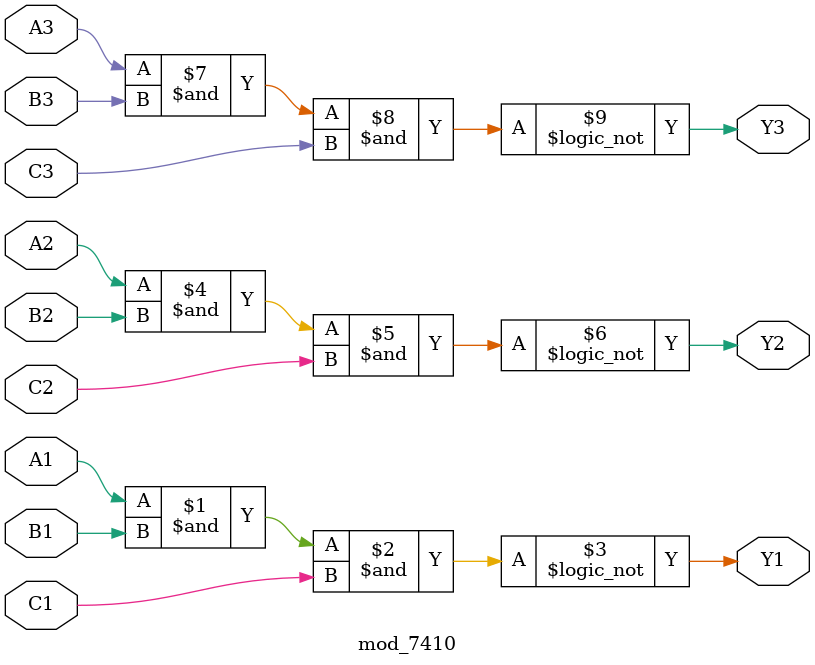
<source format=v>
module mod_7410 (
	input A1, input B1, input C1, output Y1, 
	input A2, input B2, input C2, output Y2, 
	input A3, input B3, input C3, output Y3 
);
	assign Y1 = !(A1 & B1 & C1);
	assign Y2 = !(A2 & B2 & C2);
	assign Y3 = !(A3 & B3 & C3);
endmodule

</source>
